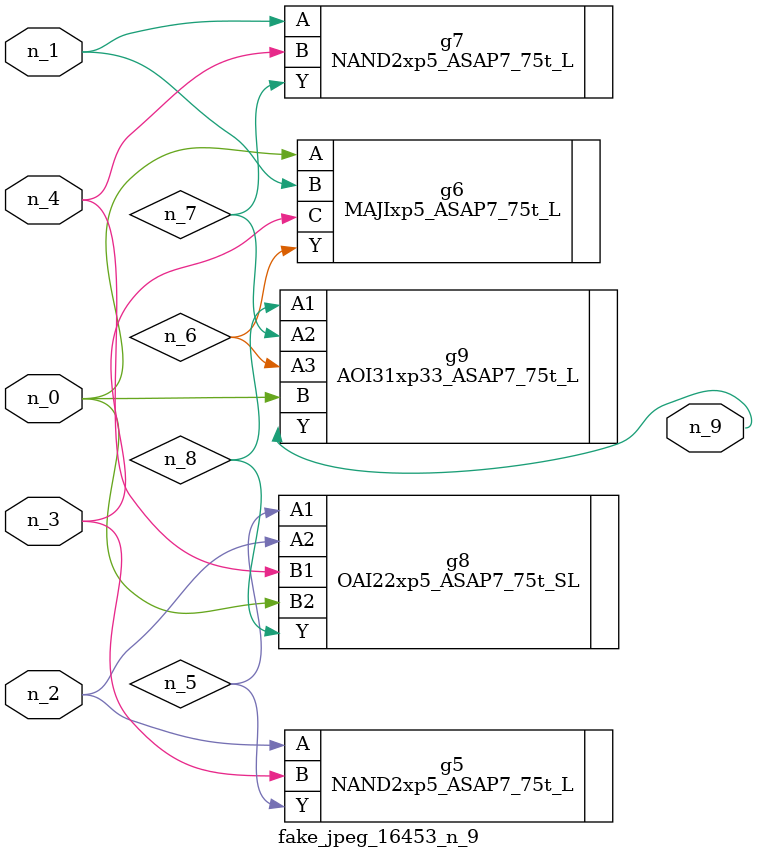
<source format=v>
module fake_jpeg_16453_n_9 (n_3, n_2, n_1, n_0, n_4, n_9);

input n_3;
input n_2;
input n_1;
input n_0;
input n_4;

output n_9;

wire n_8;
wire n_6;
wire n_5;
wire n_7;

NAND2xp5_ASAP7_75t_L g5 ( 
.A(n_2),
.B(n_3),
.Y(n_5)
);

MAJIxp5_ASAP7_75t_L g6 ( 
.A(n_0),
.B(n_1),
.C(n_3),
.Y(n_6)
);

NAND2xp5_ASAP7_75t_L g7 ( 
.A(n_1),
.B(n_4),
.Y(n_7)
);

OAI22xp5_ASAP7_75t_SL g8 ( 
.A1(n_5),
.A2(n_2),
.B1(n_4),
.B2(n_0),
.Y(n_8)
);

AOI31xp33_ASAP7_75t_L g9 ( 
.A1(n_8),
.A2(n_7),
.A3(n_6),
.B(n_0),
.Y(n_9)
);


endmodule
</source>
